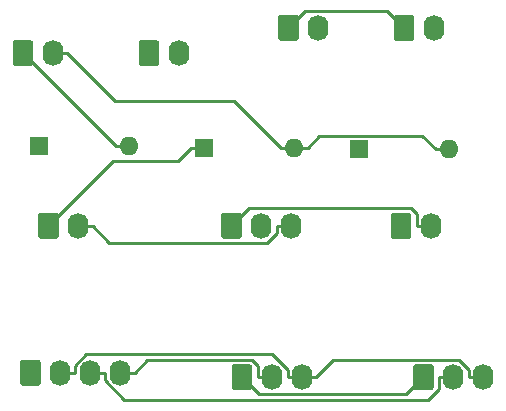
<source format=gbr>
G04 #@! TF.GenerationSoftware,KiCad,Pcbnew,(5.1.5-0-10_14)*
G04 #@! TF.CreationDate,2021-02-06T14:13:38+10:00*
G04 #@! TF.ProjectId,OH - Left Console - 4 - Exterior Lights Panel,4f48202d-204c-4656-9674-20436f6e736f,rev?*
G04 #@! TF.SameCoordinates,Original*
G04 #@! TF.FileFunction,Copper,L1,Top*
G04 #@! TF.FilePolarity,Positive*
%FSLAX46Y46*%
G04 Gerber Fmt 4.6, Leading zero omitted, Abs format (unit mm)*
G04 Created by KiCad (PCBNEW (5.1.5-0-10_14)) date 2021-02-06 14:13:38*
%MOMM*%
%LPD*%
G04 APERTURE LIST*
%ADD10O,1.740000X2.200000*%
%ADD11C,0.100000*%
%ADD12O,1.600000X1.600000*%
%ADD13R,1.600000X1.600000*%
%ADD14C,0.250000*%
G04 APERTURE END LIST*
D10*
X137414000Y-122174000D03*
G04 #@! TA.AperFunction,ComponentPad*
D11*
G36*
X135518505Y-121075204D02*
G01*
X135542773Y-121078804D01*
X135566572Y-121084765D01*
X135589671Y-121093030D01*
X135611850Y-121103520D01*
X135632893Y-121116132D01*
X135652599Y-121130747D01*
X135670777Y-121147223D01*
X135687253Y-121165401D01*
X135701868Y-121185107D01*
X135714480Y-121206150D01*
X135724970Y-121228329D01*
X135733235Y-121251428D01*
X135739196Y-121275227D01*
X135742796Y-121299495D01*
X135744000Y-121323999D01*
X135744000Y-123024001D01*
X135742796Y-123048505D01*
X135739196Y-123072773D01*
X135733235Y-123096572D01*
X135724970Y-123119671D01*
X135714480Y-123141850D01*
X135701868Y-123162893D01*
X135687253Y-123182599D01*
X135670777Y-123200777D01*
X135652599Y-123217253D01*
X135632893Y-123231868D01*
X135611850Y-123244480D01*
X135589671Y-123254970D01*
X135566572Y-123263235D01*
X135542773Y-123269196D01*
X135518505Y-123272796D01*
X135494001Y-123274000D01*
X134253999Y-123274000D01*
X134229495Y-123272796D01*
X134205227Y-123269196D01*
X134181428Y-123263235D01*
X134158329Y-123254970D01*
X134136150Y-123244480D01*
X134115107Y-123231868D01*
X134095401Y-123217253D01*
X134077223Y-123200777D01*
X134060747Y-123182599D01*
X134046132Y-123162893D01*
X134033520Y-123141850D01*
X134023030Y-123119671D01*
X134014765Y-123096572D01*
X134008804Y-123072773D01*
X134005204Y-123048505D01*
X134004000Y-123024001D01*
X134004000Y-121323999D01*
X134005204Y-121299495D01*
X134008804Y-121275227D01*
X134014765Y-121251428D01*
X134023030Y-121228329D01*
X134033520Y-121206150D01*
X134046132Y-121185107D01*
X134060747Y-121165401D01*
X134077223Y-121147223D01*
X134095401Y-121130747D01*
X134115107Y-121116132D01*
X134136150Y-121103520D01*
X134158329Y-121093030D01*
X134181428Y-121084765D01*
X134205227Y-121078804D01*
X134229495Y-121075204D01*
X134253999Y-121074000D01*
X135494001Y-121074000D01*
X135518505Y-121075204D01*
G37*
G04 #@! TD.AperFunction*
D10*
X107569000Y-122174000D03*
G04 #@! TA.AperFunction,ComponentPad*
D11*
G36*
X105673505Y-121075204D02*
G01*
X105697773Y-121078804D01*
X105721572Y-121084765D01*
X105744671Y-121093030D01*
X105766850Y-121103520D01*
X105787893Y-121116132D01*
X105807599Y-121130747D01*
X105825777Y-121147223D01*
X105842253Y-121165401D01*
X105856868Y-121185107D01*
X105869480Y-121206150D01*
X105879970Y-121228329D01*
X105888235Y-121251428D01*
X105894196Y-121275227D01*
X105897796Y-121299495D01*
X105899000Y-121323999D01*
X105899000Y-123024001D01*
X105897796Y-123048505D01*
X105894196Y-123072773D01*
X105888235Y-123096572D01*
X105879970Y-123119671D01*
X105869480Y-123141850D01*
X105856868Y-123162893D01*
X105842253Y-123182599D01*
X105825777Y-123200777D01*
X105807599Y-123217253D01*
X105787893Y-123231868D01*
X105766850Y-123244480D01*
X105744671Y-123254970D01*
X105721572Y-123263235D01*
X105697773Y-123269196D01*
X105673505Y-123272796D01*
X105649001Y-123274000D01*
X104408999Y-123274000D01*
X104384495Y-123272796D01*
X104360227Y-123269196D01*
X104336428Y-123263235D01*
X104313329Y-123254970D01*
X104291150Y-123244480D01*
X104270107Y-123231868D01*
X104250401Y-123217253D01*
X104232223Y-123200777D01*
X104215747Y-123182599D01*
X104201132Y-123162893D01*
X104188520Y-123141850D01*
X104178030Y-123119671D01*
X104169765Y-123096572D01*
X104163804Y-123072773D01*
X104160204Y-123048505D01*
X104159000Y-123024001D01*
X104159000Y-121323999D01*
X104160204Y-121299495D01*
X104163804Y-121275227D01*
X104169765Y-121251428D01*
X104178030Y-121228329D01*
X104188520Y-121206150D01*
X104201132Y-121185107D01*
X104215747Y-121165401D01*
X104232223Y-121147223D01*
X104250401Y-121130747D01*
X104270107Y-121116132D01*
X104291150Y-121103520D01*
X104313329Y-121093030D01*
X104336428Y-121084765D01*
X104360227Y-121078804D01*
X104384495Y-121075204D01*
X104408999Y-121074000D01*
X105649001Y-121074000D01*
X105673505Y-121075204D01*
G37*
G04 #@! TD.AperFunction*
D10*
X111125000Y-134620000D03*
X108585000Y-134620000D03*
X106045000Y-134620000D03*
G04 #@! TA.AperFunction,ComponentPad*
D11*
G36*
X104149505Y-133521204D02*
G01*
X104173773Y-133524804D01*
X104197572Y-133530765D01*
X104220671Y-133539030D01*
X104242850Y-133549520D01*
X104263893Y-133562132D01*
X104283599Y-133576747D01*
X104301777Y-133593223D01*
X104318253Y-133611401D01*
X104332868Y-133631107D01*
X104345480Y-133652150D01*
X104355970Y-133674329D01*
X104364235Y-133697428D01*
X104370196Y-133721227D01*
X104373796Y-133745495D01*
X104375000Y-133769999D01*
X104375000Y-135470001D01*
X104373796Y-135494505D01*
X104370196Y-135518773D01*
X104364235Y-135542572D01*
X104355970Y-135565671D01*
X104345480Y-135587850D01*
X104332868Y-135608893D01*
X104318253Y-135628599D01*
X104301777Y-135646777D01*
X104283599Y-135663253D01*
X104263893Y-135677868D01*
X104242850Y-135690480D01*
X104220671Y-135700970D01*
X104197572Y-135709235D01*
X104173773Y-135715196D01*
X104149505Y-135718796D01*
X104125001Y-135720000D01*
X102884999Y-135720000D01*
X102860495Y-135718796D01*
X102836227Y-135715196D01*
X102812428Y-135709235D01*
X102789329Y-135700970D01*
X102767150Y-135690480D01*
X102746107Y-135677868D01*
X102726401Y-135663253D01*
X102708223Y-135646777D01*
X102691747Y-135628599D01*
X102677132Y-135608893D01*
X102664520Y-135587850D01*
X102654030Y-135565671D01*
X102645765Y-135542572D01*
X102639804Y-135518773D01*
X102636204Y-135494505D01*
X102635000Y-135470001D01*
X102635000Y-133769999D01*
X102636204Y-133745495D01*
X102639804Y-133721227D01*
X102645765Y-133697428D01*
X102654030Y-133674329D01*
X102664520Y-133652150D01*
X102677132Y-133631107D01*
X102691747Y-133611401D01*
X102708223Y-133593223D01*
X102726401Y-133576747D01*
X102746107Y-133562132D01*
X102767150Y-133549520D01*
X102789329Y-133539030D01*
X102812428Y-133530765D01*
X102836227Y-133524804D01*
X102860495Y-133521204D01*
X102884999Y-133520000D01*
X104125001Y-133520000D01*
X104149505Y-133521204D01*
G37*
G04 #@! TD.AperFunction*
D10*
X116078000Y-107569000D03*
G04 #@! TA.AperFunction,ComponentPad*
D11*
G36*
X114182505Y-106470204D02*
G01*
X114206773Y-106473804D01*
X114230572Y-106479765D01*
X114253671Y-106488030D01*
X114275850Y-106498520D01*
X114296893Y-106511132D01*
X114316599Y-106525747D01*
X114334777Y-106542223D01*
X114351253Y-106560401D01*
X114365868Y-106580107D01*
X114378480Y-106601150D01*
X114388970Y-106623329D01*
X114397235Y-106646428D01*
X114403196Y-106670227D01*
X114406796Y-106694495D01*
X114408000Y-106718999D01*
X114408000Y-108419001D01*
X114406796Y-108443505D01*
X114403196Y-108467773D01*
X114397235Y-108491572D01*
X114388970Y-108514671D01*
X114378480Y-108536850D01*
X114365868Y-108557893D01*
X114351253Y-108577599D01*
X114334777Y-108595777D01*
X114316599Y-108612253D01*
X114296893Y-108626868D01*
X114275850Y-108639480D01*
X114253671Y-108649970D01*
X114230572Y-108658235D01*
X114206773Y-108664196D01*
X114182505Y-108667796D01*
X114158001Y-108669000D01*
X112917999Y-108669000D01*
X112893495Y-108667796D01*
X112869227Y-108664196D01*
X112845428Y-108658235D01*
X112822329Y-108649970D01*
X112800150Y-108639480D01*
X112779107Y-108626868D01*
X112759401Y-108612253D01*
X112741223Y-108595777D01*
X112724747Y-108577599D01*
X112710132Y-108557893D01*
X112697520Y-108536850D01*
X112687030Y-108514671D01*
X112678765Y-108491572D01*
X112672804Y-108467773D01*
X112669204Y-108443505D01*
X112668000Y-108419001D01*
X112668000Y-106718999D01*
X112669204Y-106694495D01*
X112672804Y-106670227D01*
X112678765Y-106646428D01*
X112687030Y-106623329D01*
X112697520Y-106601150D01*
X112710132Y-106580107D01*
X112724747Y-106560401D01*
X112741223Y-106542223D01*
X112759401Y-106525747D01*
X112779107Y-106511132D01*
X112800150Y-106498520D01*
X112822329Y-106488030D01*
X112845428Y-106479765D01*
X112869227Y-106473804D01*
X112893495Y-106470204D01*
X112917999Y-106469000D01*
X114158001Y-106469000D01*
X114182505Y-106470204D01*
G37*
G04 #@! TD.AperFunction*
D10*
X137668000Y-105410000D03*
G04 #@! TA.AperFunction,ComponentPad*
D11*
G36*
X135772505Y-104311204D02*
G01*
X135796773Y-104314804D01*
X135820572Y-104320765D01*
X135843671Y-104329030D01*
X135865850Y-104339520D01*
X135886893Y-104352132D01*
X135906599Y-104366747D01*
X135924777Y-104383223D01*
X135941253Y-104401401D01*
X135955868Y-104421107D01*
X135968480Y-104442150D01*
X135978970Y-104464329D01*
X135987235Y-104487428D01*
X135993196Y-104511227D01*
X135996796Y-104535495D01*
X135998000Y-104559999D01*
X135998000Y-106260001D01*
X135996796Y-106284505D01*
X135993196Y-106308773D01*
X135987235Y-106332572D01*
X135978970Y-106355671D01*
X135968480Y-106377850D01*
X135955868Y-106398893D01*
X135941253Y-106418599D01*
X135924777Y-106436777D01*
X135906599Y-106453253D01*
X135886893Y-106467868D01*
X135865850Y-106480480D01*
X135843671Y-106490970D01*
X135820572Y-106499235D01*
X135796773Y-106505196D01*
X135772505Y-106508796D01*
X135748001Y-106510000D01*
X134507999Y-106510000D01*
X134483495Y-106508796D01*
X134459227Y-106505196D01*
X134435428Y-106499235D01*
X134412329Y-106490970D01*
X134390150Y-106480480D01*
X134369107Y-106467868D01*
X134349401Y-106453253D01*
X134331223Y-106436777D01*
X134314747Y-106418599D01*
X134300132Y-106398893D01*
X134287520Y-106377850D01*
X134277030Y-106355671D01*
X134268765Y-106332572D01*
X134262804Y-106308773D01*
X134259204Y-106284505D01*
X134258000Y-106260001D01*
X134258000Y-104559999D01*
X134259204Y-104535495D01*
X134262804Y-104511227D01*
X134268765Y-104487428D01*
X134277030Y-104464329D01*
X134287520Y-104442150D01*
X134300132Y-104421107D01*
X134314747Y-104401401D01*
X134331223Y-104383223D01*
X134349401Y-104366747D01*
X134369107Y-104352132D01*
X134390150Y-104339520D01*
X134412329Y-104329030D01*
X134435428Y-104320765D01*
X134459227Y-104314804D01*
X134483495Y-104311204D01*
X134507999Y-104310000D01*
X135748001Y-104310000D01*
X135772505Y-104311204D01*
G37*
G04 #@! TD.AperFunction*
D10*
X127889000Y-105410000D03*
G04 #@! TA.AperFunction,ComponentPad*
D11*
G36*
X125993505Y-104311204D02*
G01*
X126017773Y-104314804D01*
X126041572Y-104320765D01*
X126064671Y-104329030D01*
X126086850Y-104339520D01*
X126107893Y-104352132D01*
X126127599Y-104366747D01*
X126145777Y-104383223D01*
X126162253Y-104401401D01*
X126176868Y-104421107D01*
X126189480Y-104442150D01*
X126199970Y-104464329D01*
X126208235Y-104487428D01*
X126214196Y-104511227D01*
X126217796Y-104535495D01*
X126219000Y-104559999D01*
X126219000Y-106260001D01*
X126217796Y-106284505D01*
X126214196Y-106308773D01*
X126208235Y-106332572D01*
X126199970Y-106355671D01*
X126189480Y-106377850D01*
X126176868Y-106398893D01*
X126162253Y-106418599D01*
X126145777Y-106436777D01*
X126127599Y-106453253D01*
X126107893Y-106467868D01*
X126086850Y-106480480D01*
X126064671Y-106490970D01*
X126041572Y-106499235D01*
X126017773Y-106505196D01*
X125993505Y-106508796D01*
X125969001Y-106510000D01*
X124728999Y-106510000D01*
X124704495Y-106508796D01*
X124680227Y-106505196D01*
X124656428Y-106499235D01*
X124633329Y-106490970D01*
X124611150Y-106480480D01*
X124590107Y-106467868D01*
X124570401Y-106453253D01*
X124552223Y-106436777D01*
X124535747Y-106418599D01*
X124521132Y-106398893D01*
X124508520Y-106377850D01*
X124498030Y-106355671D01*
X124489765Y-106332572D01*
X124483804Y-106308773D01*
X124480204Y-106284505D01*
X124479000Y-106260001D01*
X124479000Y-104559999D01*
X124480204Y-104535495D01*
X124483804Y-104511227D01*
X124489765Y-104487428D01*
X124498030Y-104464329D01*
X124508520Y-104442150D01*
X124521132Y-104421107D01*
X124535747Y-104401401D01*
X124552223Y-104383223D01*
X124570401Y-104366747D01*
X124590107Y-104352132D01*
X124611150Y-104339520D01*
X124633329Y-104329030D01*
X124656428Y-104320765D01*
X124680227Y-104314804D01*
X124704495Y-104311204D01*
X124728999Y-104310000D01*
X125969001Y-104310000D01*
X125993505Y-104311204D01*
G37*
G04 #@! TD.AperFunction*
D10*
X105410000Y-107569000D03*
G04 #@! TA.AperFunction,ComponentPad*
D11*
G36*
X103514505Y-106470204D02*
G01*
X103538773Y-106473804D01*
X103562572Y-106479765D01*
X103585671Y-106488030D01*
X103607850Y-106498520D01*
X103628893Y-106511132D01*
X103648599Y-106525747D01*
X103666777Y-106542223D01*
X103683253Y-106560401D01*
X103697868Y-106580107D01*
X103710480Y-106601150D01*
X103720970Y-106623329D01*
X103729235Y-106646428D01*
X103735196Y-106670227D01*
X103738796Y-106694495D01*
X103740000Y-106718999D01*
X103740000Y-108419001D01*
X103738796Y-108443505D01*
X103735196Y-108467773D01*
X103729235Y-108491572D01*
X103720970Y-108514671D01*
X103710480Y-108536850D01*
X103697868Y-108557893D01*
X103683253Y-108577599D01*
X103666777Y-108595777D01*
X103648599Y-108612253D01*
X103628893Y-108626868D01*
X103607850Y-108639480D01*
X103585671Y-108649970D01*
X103562572Y-108658235D01*
X103538773Y-108664196D01*
X103514505Y-108667796D01*
X103490001Y-108669000D01*
X102249999Y-108669000D01*
X102225495Y-108667796D01*
X102201227Y-108664196D01*
X102177428Y-108658235D01*
X102154329Y-108649970D01*
X102132150Y-108639480D01*
X102111107Y-108626868D01*
X102091401Y-108612253D01*
X102073223Y-108595777D01*
X102056747Y-108577599D01*
X102042132Y-108557893D01*
X102029520Y-108536850D01*
X102019030Y-108514671D01*
X102010765Y-108491572D01*
X102004804Y-108467773D01*
X102001204Y-108443505D01*
X102000000Y-108419001D01*
X102000000Y-106718999D01*
X102001204Y-106694495D01*
X102004804Y-106670227D01*
X102010765Y-106646428D01*
X102019030Y-106623329D01*
X102029520Y-106601150D01*
X102042132Y-106580107D01*
X102056747Y-106560401D01*
X102073223Y-106542223D01*
X102091401Y-106525747D01*
X102111107Y-106511132D01*
X102132150Y-106498520D01*
X102154329Y-106488030D01*
X102177428Y-106479765D01*
X102201227Y-106473804D01*
X102225495Y-106470204D01*
X102249999Y-106469000D01*
X103490001Y-106469000D01*
X103514505Y-106470204D01*
G37*
G04 #@! TD.AperFunction*
D12*
X125857000Y-115570000D03*
D13*
X118237000Y-115570000D03*
D12*
X111887000Y-115443000D03*
D13*
X104267000Y-115443000D03*
D12*
X138938000Y-115697000D03*
D13*
X131318000Y-115697000D03*
D10*
X125603000Y-122174000D03*
X123063000Y-122174000D03*
G04 #@! TA.AperFunction,ComponentPad*
D11*
G36*
X121167505Y-121075204D02*
G01*
X121191773Y-121078804D01*
X121215572Y-121084765D01*
X121238671Y-121093030D01*
X121260850Y-121103520D01*
X121281893Y-121116132D01*
X121301599Y-121130747D01*
X121319777Y-121147223D01*
X121336253Y-121165401D01*
X121350868Y-121185107D01*
X121363480Y-121206150D01*
X121373970Y-121228329D01*
X121382235Y-121251428D01*
X121388196Y-121275227D01*
X121391796Y-121299495D01*
X121393000Y-121323999D01*
X121393000Y-123024001D01*
X121391796Y-123048505D01*
X121388196Y-123072773D01*
X121382235Y-123096572D01*
X121373970Y-123119671D01*
X121363480Y-123141850D01*
X121350868Y-123162893D01*
X121336253Y-123182599D01*
X121319777Y-123200777D01*
X121301599Y-123217253D01*
X121281893Y-123231868D01*
X121260850Y-123244480D01*
X121238671Y-123254970D01*
X121215572Y-123263235D01*
X121191773Y-123269196D01*
X121167505Y-123272796D01*
X121143001Y-123274000D01*
X119902999Y-123274000D01*
X119878495Y-123272796D01*
X119854227Y-123269196D01*
X119830428Y-123263235D01*
X119807329Y-123254970D01*
X119785150Y-123244480D01*
X119764107Y-123231868D01*
X119744401Y-123217253D01*
X119726223Y-123200777D01*
X119709747Y-123182599D01*
X119695132Y-123162893D01*
X119682520Y-123141850D01*
X119672030Y-123119671D01*
X119663765Y-123096572D01*
X119657804Y-123072773D01*
X119654204Y-123048505D01*
X119653000Y-123024001D01*
X119653000Y-121323999D01*
X119654204Y-121299495D01*
X119657804Y-121275227D01*
X119663765Y-121251428D01*
X119672030Y-121228329D01*
X119682520Y-121206150D01*
X119695132Y-121185107D01*
X119709747Y-121165401D01*
X119726223Y-121147223D01*
X119744401Y-121130747D01*
X119764107Y-121116132D01*
X119785150Y-121103520D01*
X119807329Y-121093030D01*
X119830428Y-121084765D01*
X119854227Y-121078804D01*
X119878495Y-121075204D01*
X119902999Y-121074000D01*
X121143001Y-121074000D01*
X121167505Y-121075204D01*
G37*
G04 #@! TD.AperFunction*
D10*
X126492000Y-135001000D03*
X123952000Y-135001000D03*
G04 #@! TA.AperFunction,ComponentPad*
D11*
G36*
X122056505Y-133902204D02*
G01*
X122080773Y-133905804D01*
X122104572Y-133911765D01*
X122127671Y-133920030D01*
X122149850Y-133930520D01*
X122170893Y-133943132D01*
X122190599Y-133957747D01*
X122208777Y-133974223D01*
X122225253Y-133992401D01*
X122239868Y-134012107D01*
X122252480Y-134033150D01*
X122262970Y-134055329D01*
X122271235Y-134078428D01*
X122277196Y-134102227D01*
X122280796Y-134126495D01*
X122282000Y-134150999D01*
X122282000Y-135851001D01*
X122280796Y-135875505D01*
X122277196Y-135899773D01*
X122271235Y-135923572D01*
X122262970Y-135946671D01*
X122252480Y-135968850D01*
X122239868Y-135989893D01*
X122225253Y-136009599D01*
X122208777Y-136027777D01*
X122190599Y-136044253D01*
X122170893Y-136058868D01*
X122149850Y-136071480D01*
X122127671Y-136081970D01*
X122104572Y-136090235D01*
X122080773Y-136096196D01*
X122056505Y-136099796D01*
X122032001Y-136101000D01*
X120791999Y-136101000D01*
X120767495Y-136099796D01*
X120743227Y-136096196D01*
X120719428Y-136090235D01*
X120696329Y-136081970D01*
X120674150Y-136071480D01*
X120653107Y-136058868D01*
X120633401Y-136044253D01*
X120615223Y-136027777D01*
X120598747Y-136009599D01*
X120584132Y-135989893D01*
X120571520Y-135968850D01*
X120561030Y-135946671D01*
X120552765Y-135923572D01*
X120546804Y-135899773D01*
X120543204Y-135875505D01*
X120542000Y-135851001D01*
X120542000Y-134150999D01*
X120543204Y-134126495D01*
X120546804Y-134102227D01*
X120552765Y-134078428D01*
X120561030Y-134055329D01*
X120571520Y-134033150D01*
X120584132Y-134012107D01*
X120598747Y-133992401D01*
X120615223Y-133974223D01*
X120633401Y-133957747D01*
X120653107Y-133943132D01*
X120674150Y-133930520D01*
X120696329Y-133920030D01*
X120719428Y-133911765D01*
X120743227Y-133905804D01*
X120767495Y-133902204D01*
X120791999Y-133901000D01*
X122032001Y-133901000D01*
X122056505Y-133902204D01*
G37*
G04 #@! TD.AperFunction*
D10*
X141859000Y-135001000D03*
X139319000Y-135001000D03*
G04 #@! TA.AperFunction,ComponentPad*
D11*
G36*
X137423505Y-133902204D02*
G01*
X137447773Y-133905804D01*
X137471572Y-133911765D01*
X137494671Y-133920030D01*
X137516850Y-133930520D01*
X137537893Y-133943132D01*
X137557599Y-133957747D01*
X137575777Y-133974223D01*
X137592253Y-133992401D01*
X137606868Y-134012107D01*
X137619480Y-134033150D01*
X137629970Y-134055329D01*
X137638235Y-134078428D01*
X137644196Y-134102227D01*
X137647796Y-134126495D01*
X137649000Y-134150999D01*
X137649000Y-135851001D01*
X137647796Y-135875505D01*
X137644196Y-135899773D01*
X137638235Y-135923572D01*
X137629970Y-135946671D01*
X137619480Y-135968850D01*
X137606868Y-135989893D01*
X137592253Y-136009599D01*
X137575777Y-136027777D01*
X137557599Y-136044253D01*
X137537893Y-136058868D01*
X137516850Y-136071480D01*
X137494671Y-136081970D01*
X137471572Y-136090235D01*
X137447773Y-136096196D01*
X137423505Y-136099796D01*
X137399001Y-136101000D01*
X136158999Y-136101000D01*
X136134495Y-136099796D01*
X136110227Y-136096196D01*
X136086428Y-136090235D01*
X136063329Y-136081970D01*
X136041150Y-136071480D01*
X136020107Y-136058868D01*
X136000401Y-136044253D01*
X135982223Y-136027777D01*
X135965747Y-136009599D01*
X135951132Y-135989893D01*
X135938520Y-135968850D01*
X135928030Y-135946671D01*
X135919765Y-135923572D01*
X135913804Y-135899773D01*
X135910204Y-135875505D01*
X135909000Y-135851001D01*
X135909000Y-134150999D01*
X135910204Y-134126495D01*
X135913804Y-134102227D01*
X135919765Y-134078428D01*
X135928030Y-134055329D01*
X135938520Y-134033150D01*
X135951132Y-134012107D01*
X135965747Y-133992401D01*
X135982223Y-133974223D01*
X136000401Y-133957747D01*
X136020107Y-133943132D01*
X136041150Y-133930520D01*
X136063329Y-133920030D01*
X136086428Y-133911765D01*
X136110227Y-133905804D01*
X136134495Y-133902204D01*
X136158999Y-133901000D01*
X137399001Y-133901000D01*
X137423505Y-133902204D01*
G37*
G04 #@! TD.AperFunction*
D14*
X126492000Y-135001000D02*
X127687300Y-135001000D01*
X141859000Y-135001000D02*
X140663700Y-135001000D01*
X140663700Y-135001000D02*
X140663700Y-134403400D01*
X140663700Y-134403400D02*
X139832800Y-133572500D01*
X139832800Y-133572500D02*
X129115800Y-133572500D01*
X129115800Y-133572500D02*
X127687300Y-135001000D01*
X106045000Y-134620000D02*
X107240300Y-134620000D01*
X126492000Y-135001000D02*
X125296700Y-135001000D01*
X125296700Y-135001000D02*
X125296700Y-134403400D01*
X125296700Y-134403400D02*
X123964800Y-133071500D01*
X123964800Y-133071500D02*
X108191100Y-133071500D01*
X108191100Y-133071500D02*
X107240300Y-134022300D01*
X107240300Y-134022300D02*
X107240300Y-134620000D01*
X108585000Y-134620000D02*
X109780300Y-134620000D01*
X139319000Y-135001000D02*
X138123700Y-135001000D01*
X138123700Y-135001000D02*
X138123700Y-135972200D01*
X138123700Y-135972200D02*
X137191400Y-136904500D01*
X137191400Y-136904500D02*
X111467100Y-136904500D01*
X111467100Y-136904500D02*
X109780300Y-135217700D01*
X109780300Y-135217700D02*
X109780300Y-134620000D01*
X136779000Y-135001000D02*
X135325900Y-136454100D01*
X135325900Y-136454100D02*
X122865100Y-136454100D01*
X122865100Y-136454100D02*
X121412000Y-135001000D01*
X111125000Y-134620000D02*
X112320300Y-134620000D01*
X123952000Y-135001000D02*
X122756700Y-135001000D01*
X122756700Y-135001000D02*
X122756700Y-134029800D01*
X122756700Y-134029800D02*
X122275200Y-133548300D01*
X122275200Y-133548300D02*
X113392000Y-133548300D01*
X113392000Y-133548300D02*
X112320300Y-134620000D01*
X107569000Y-122174000D02*
X108764300Y-122174000D01*
X125603000Y-122174000D02*
X124407700Y-122174000D01*
X124407700Y-122174000D02*
X124407700Y-122771600D01*
X124407700Y-122771600D02*
X123568900Y-123610400D01*
X123568900Y-123610400D02*
X110200700Y-123610400D01*
X110200700Y-123610400D02*
X108764300Y-122174000D01*
X137414000Y-122174000D02*
X136218700Y-122174000D01*
X120523000Y-122174000D02*
X121997700Y-120699300D01*
X121997700Y-120699300D02*
X135715200Y-120699300D01*
X135715200Y-120699300D02*
X136218700Y-121202800D01*
X136218700Y-121202800D02*
X136218700Y-122174000D01*
X125857000Y-115570000D02*
X126982300Y-115570000D01*
X138938000Y-115697000D02*
X137812700Y-115697000D01*
X137812700Y-115697000D02*
X136687400Y-114571700D01*
X136687400Y-114571700D02*
X127980600Y-114571700D01*
X127980600Y-114571700D02*
X126982300Y-115570000D01*
X105410000Y-107569000D02*
X106605300Y-107569000D01*
X125857000Y-115570000D02*
X124731700Y-115570000D01*
X124731700Y-115570000D02*
X120753100Y-111591400D01*
X120753100Y-111591400D02*
X110627700Y-111591400D01*
X110627700Y-111591400D02*
X106605300Y-107569000D01*
X111887000Y-115443000D02*
X110744000Y-115443000D01*
X110744000Y-115443000D02*
X102870000Y-107569000D01*
X118237000Y-115570000D02*
X117111700Y-115570000D01*
X117111700Y-115570000D02*
X115986400Y-116695300D01*
X115986400Y-116695300D02*
X110507700Y-116695300D01*
X110507700Y-116695300D02*
X105029000Y-122174000D01*
X125349000Y-105410000D02*
X126779200Y-103979800D01*
X126779200Y-103979800D02*
X133697800Y-103979800D01*
X133697800Y-103979800D02*
X135128000Y-105410000D01*
M02*

</source>
